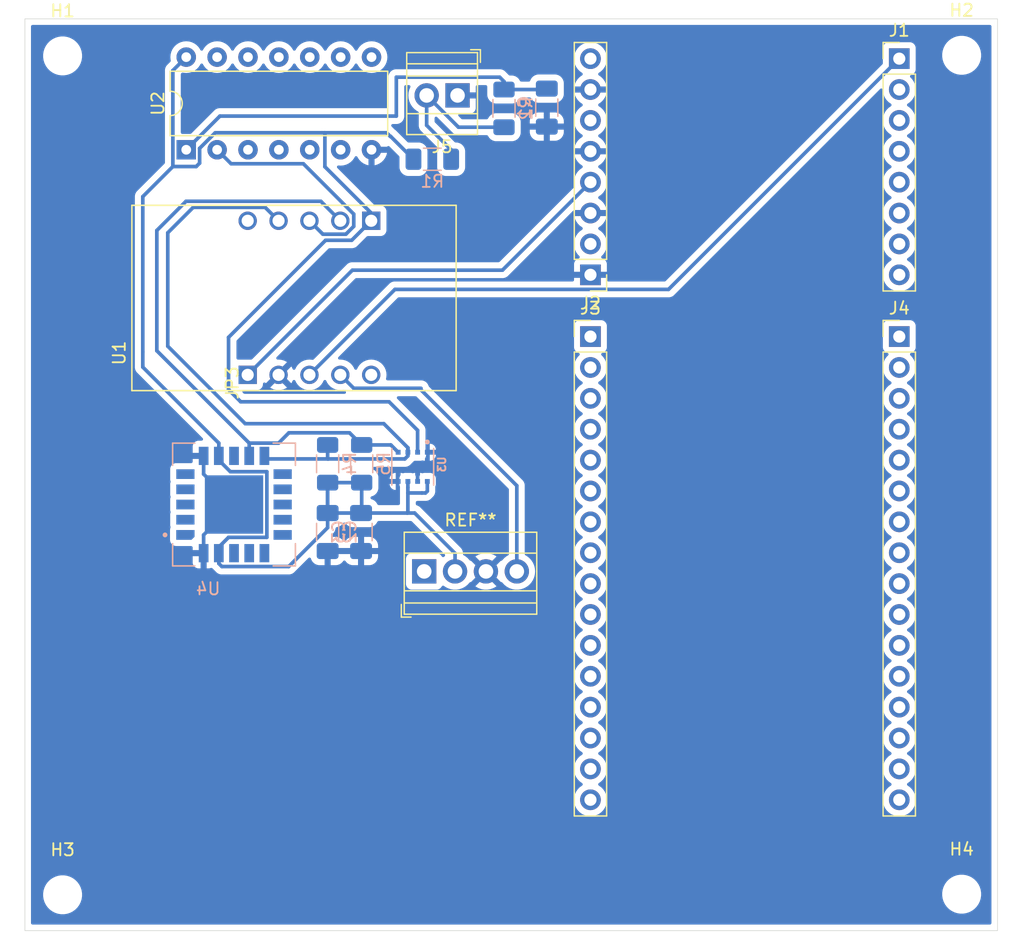
<source format=kicad_pcb>
(kicad_pcb (version 20240108) (generator "pcbnew") (generator_version "8.0")
  (layers (0 "F.Cu" signal) (31 "B.Cu" signal) (34 "B.Paste" user) (35 "F.Paste" user) (36 "B.SilkS" user "B.Silkscreen") (37 "F.SilkS" user "F.Silkscreen") (38 "B.Mask" user) (39 "F.Mask" user) (44 "Edge.Cuts" user))
  (net 0 "")
  (net 1 "/RAIN")
  (net 2 "/RX")
  (net 3 "/Bat")
  (net 4 "/Rst")
  (net 5 "/USB")
  (net 6 "GND")
  (net 7 "/TX")
  (net 8 "/SW_Power")
  (net 9 "Net-(C1-Pad1)")
  (net 48 "/5V")
  (net 49 "/3V3")
  (net 64 "/SCL")
  (net 65 "/SDA")
  (footprint "MountingHole:MountingHole_2.7mm" (layer "F.Cu") (at 56.15 49.05)
    (property "Reference" "H1" (at 0 -3.7 0) (layer "F.SilkS"))
    (property "Value" "MountingHole")
    (pad "" np_thru_hole circle (at 0 0) (size 2.7 2.7) (drill 2.7) (layers "*.Cu" "*.Mask"))
  )
  (footprint "MountingHole:MountingHole_2.7mm" (layer "F.Cu") (at 130.1 118)
    (property "Reference" "H4" (at 0 -3.7 0) (layer "F.SilkS"))
    (property "Value" "MountingHole")
    (pad "" np_thru_hole circle (at 0 0) (size 2.7 2.7) (drill 2.7) (layers "*.Cu" "*.Mask"))
  )
  (footprint "TerminalBlock:TerminalBlock_Xinya_XY308-2.54-2P_1x02_P2.54mm_Horizontal" (layer "F.Cu") (at 88.635 52.3 180)
    (property "Reference" "J5" (at 1.27 -4.22 0) (layer "F.SilkS"))
    (property "Value" "Screw_Terminal_01x02")
    (fp_line (start 4.18 -3.22) (end 4.18 3.52) (stroke (width 0.12)) (layer "F.SilkS"))
    (fp_line (start -1.64 3.52) (end 4.18 3.52) (stroke (width 0.12)) (layer "F.SilkS"))
    (fp_line (start -1.64 2.6) (end 4.18 2.6) (stroke (width 0.12)) (layer "F.SilkS"))
    (fp_line (start -1.64 1.6) (end 4.18 1.6) (stroke (width 0.12)) (layer "F.SilkS"))
    (fp_line (start -1.64 -1.501) (end 4.18 -1.501) (stroke (width 0.12)) (layer "F.SilkS"))
    (fp_line (start -1.64 -3.22) (end 4.18 -3.22) (stroke (width 0.12)) (layer "F.SilkS"))
    (fp_line (start -1.64 -3.22) (end -1.64 3.52) (stroke (width 0.12)) (layer "F.SilkS"))
    (fp_line (start -1.88 3.76) (end -1.08 3.76) (stroke (width 0.12)) (layer "F.SilkS"))
    (fp_line (start -1.88 2.72) (end -1.88 3.76) (stroke (width 0.12)) (layer "F.SilkS"))
    (pad "1" thru_hole rect (at 0 0 180) (size 2 2) (drill 1.2) (layers "*.Cu" "*.Mask") (net 6 "GND"))
    (pad "2" thru_hole circle (at 2.54 0 180) (size 2 2) (drill 1.2) (layers "*.Cu" "*.Mask") (net 8 "/SW_Power"))
  )
  (footprint "Connector_PinHeader_2.54mm:PinHeader_1x08_P2.54mm_Vertical" (layer "F.Cu") (at 124.968 49.276)
    (property "Reference" "J1" (at 0 -2.33 0) (layer "F.SilkS"))
    (property "Value" "Conn_01x08_Pin" (hide yes))
    (fp_line (start -1.33 -1.33) (end 0 -1.33) (stroke (width 0.12)) (layer "F.SilkS"))
    (fp_line (start -1.33 0) (end -1.33 -1.33) (stroke (width 0.12)) (layer "F.SilkS"))
    (fp_line (start -1.33 1.27) (end -1.33 19.11) (stroke (width 0.12)) (layer "F.SilkS"))
    (fp_line (start -1.33 1.27) (end 1.33 1.27) (stroke (width 0.12)) (layer "F.SilkS"))
    (fp_line (start -1.33 19.11) (end 1.33 19.11) (stroke (width 0.12)) (layer "F.SilkS"))
    (fp_line (start 1.33 1.27) (end 1.33 19.11) (stroke (width 0.12)) (layer "F.SilkS"))
    (pad "3" thru_hole oval (at 0 5.08) (size 1.7 1.7) (drill 1) (layers "*.Cu" "*.Mask"))
    (pad "4" thru_hole oval (at 0 7.62) (size 1.7 1.7) (drill 1) (layers "*.Cu" "*.Mask"))
    (pad "5" thru_hole oval (at 0 10.16) (size 1.7 1.7) (drill 1) (layers "*.Cu" "*.Mask"))
    (pad "6" thru_hole oval (at 0 12.7) (size 1.7 1.7) (drill 1) (layers "*.Cu" "*.Mask"))
    (pad "7" thru_hole oval (at 0 15.24) (size 1.7 1.7) (drill 1) (layers "*.Cu" "*.Mask"))
    (pad "8" thru_hole oval (at 0 17.78) (size 1.7 1.7) (drill 1) (layers "*.Cu" "*.Mask"))
    (pad "RX" thru_hole rect (at 0 0) (size 1.7 1.7) (drill 1) (layers "*.Cu" "*.Mask") (net 2 "/RX"))
    (pad "TX" thru_hole oval (at 0 2.54) (size 1.7 1.7) (drill 1) (layers "*.Cu" "*.Mask"))
  )
  (footprint "trinket kicad:MODULE_3500" (layer "F.Cu") (at 75.184 68.961 90)
    (property "Reference" "U1" (at -4.525 -14.375 90) (layer "F.SilkS"))
    (property "Value" "3500")
    (fp_line (start 7.62 -13.335) (end 7.62 13.335) (stroke (width 0.127)) (layer "F.SilkS"))
    (fp_line (start -7.62 -13.335) (end 7.62 -13.335) (stroke (width 0.127)) (layer "F.SilkS"))
    (fp_line (start 7.62 13.335) (end -7.62 13.335) (stroke (width 0.127)) (layer "F.SilkS"))
    (fp_line (start -7.62 13.335) (end -7.62 -13.335) (stroke (width 0.127)) (layer "F.SilkS"))
    (fp_text user "JP3" (at -6.985 -5.08 90) (layer "F.SilkS"))
    (pad "JP3_1" thru_hole rect (at -6.325 -3.81 90) (size 1.508 1.508) (drill 1) (layers "*.Cu" "*.Mask") (net 3 "/Bat"))
    (pad "JP3_2" thru_hole circle (at -6.325 -1.27 90) (size 1.508 1.508) (drill 1) (layers "*.Cu" "*.Mask") (net 6 "GND"))
    (pad "JP3_5" thru_hole circle (at -6.325 6.35 90) (size 1.508 1.508) (drill 1) (layers "*.Cu" "*.Mask") (net 4 "/Rst"))
    (pad "JP4_1" thru_hole rect (at 6.35 6.35 90) (size 1.508 1.508) (drill 1) (layers "*.Cu" "*.Mask") (net 49 "/3V3"))
    (pad "JP4_2" thru_hole circle (at 6.35 3.81 90) (size 1.508 1.508) (drill 1) (layers "*.Cu" "*.Mask") (net 64 "/SCL"))
    (pad "JP4_3" thru_hole circle (at 6.35 1.27 90) (size 1.508 1.508) (drill 1) (layers "*.Cu" "*.Mask") (net 1 "/RAIN"))
    (pad "JP4_4" thru_hole circle (at 6.35 -1.27 90) (size 1.508 1.508) (drill 1) (layers "*.Cu" "*.Mask") (net 65 "/SDA"))
    (pad "JP4_5" thru_hole circle (at 6.35 -3.81 90) (size 1.508 1.508) (drill 1) (layers "*.Cu" "*.Mask") (net 5 "/USB"))
    (pad "RX" thru_hole circle (at -6.325 3.81 90) (size 1.508 1.508) (drill 1) (layers "*.Cu" "*.Mask") (net 7 "/TX"))
    (pad "TX" thru_hole circle (at -6.325 1.27 90) (size 1.508 1.508) (drill 1) (layers "*.Cu" "*.Mask") (net 2 "/RX"))
  )
  (footprint "Package_DIP:DIP-14_W7.62mm" (layer "F.Cu") (at 66.32 56.77 90)
    (property "Reference" "U2" (at 3.81 -2.33 90) (layer "F.SilkS"))
    (property "Value" "74HC14")
    (fp_line (start 6.46 -1.33) (end 4.81 -1.33) (stroke (width 0.12)) (layer "F.SilkS"))
    (fp_line (start 2.81 -1.33) (end 1.16 -1.33) (stroke (width 0.12)) (layer "F.SilkS"))
    (fp_line (start 1.16 -1.33) (end 1.16 16.57) (stroke (width 0.12)) (layer "F.SilkS"))
    (fp_line (start 6.46 16.57) (end 6.46 -1.33) (stroke (width 0.12)) (layer "F.SilkS"))
    (fp_line (start 1.16 16.57) (end 6.46 16.57) (stroke (width 0.12)) (layer "F.SilkS"))
    (fp_arc (start 4.81 -1.33) (mid 3.81 -0.33) (end 2.81 -1.33) (stroke (width 0.12)) (layer "F.SilkS"))
    (pad "1" thru_hole rect (at 0 0 90) (size 1.6 1.6) (drill 0.8) (layers "*.Cu" "*.Mask") (net 9 "Net-(C1-Pad1)"))
    (pad "2" thru_hole oval (at 0 2.54 90) (size 1.6 1.6) (drill 0.8) (layers "*.Cu" "*.Mask") (net 1 "/RAIN"))
    (pad "3" thru_hole oval (at 0 5.08 90) (size 1.6 1.6) (drill 0.8) (layers "*.Cu" "*.Mask"))
    (pad "4" thru_hole oval (at 0 7.62 90) (size 1.6 1.6) (drill 0.8) (layers "*.Cu" "*.Mask"))
    (pad "5" thru_hole oval (at 0 10.16 90) (size 1.6 1.6) (drill 0.8) (layers "*.Cu" "*.Mask"))
    (pad "6" thru_hole oval (at 0 12.7 90) (size 1.6 1.6) (drill 0.8) (layers "*.Cu" "*.Mask"))
    (pad "7" thru_hole oval (at 0 15.24 90) (size 1.6 1.6) (drill 0.8) (layers "*.Cu" "*.Mask") (net 6 "GND"))
    (pad "8" thru_hole oval (at 7.62 15.24 90) (size 1.6 1.6) (drill 0.8) (layers "*.Cu" "*.Mask"))
    (pad "9" thru_hole oval (at 7.62 12.7 90) (size 1.6 1.6) (drill 0.8) (layers "*.Cu" "*.Mask"))
    (pad "10" thru_hole oval (at 7.62 10.16 90) (size 1.6 1.6) (drill 0.8) (layers "*.Cu" "*.Mask"))
    (pad "11" thru_hole oval (at 7.62 7.62 90) (size 1.6 1.6) (drill 0.8) (layers "*.Cu" "*.Mask"))
    (pad "12" thru_hole oval (at 7.62 5.08 90) (size 1.6 1.6) (drill 0.8) (layers "*.Cu" "*.Mask"))
    (pad "13" thru_hole oval (at 7.62 2.54 90) (size 1.6 1.6) (drill 0.8) (layers "*.Cu" "*.Mask"))
    (pad "14" thru_hole oval (at 7.62 0 90) (size 1.6 1.6) (drill 0.8) (layers "*.Cu" "*.Mask"))
  )
  (footprint "MountingHole:MountingHole_2.7mm" (layer "F.Cu") (at 56.15 118.05)
    (property "Reference" "H3" (at 0 -3.7 0) (layer "F.SilkS"))
    (property "Value" "MountingHole")
    (pad "" np_thru_hole circle (at 0 0) (size 2.7 2.7) (drill 2.7) (layers "*.Cu" "*.Mask"))
  )
  (footprint "Connector_PinHeader_2.54mm:PinHeader_1x16_P2.54mm_Vertical" (layer "F.Cu") (at 99.568 72.136)
    (property "Reference" "J3" (at 0 -2.33 0) (layer "F.SilkS"))
    (property "Value" "Conn_01x16_Pin")
    (fp_line (start -1.33 -1.33) (end 0 -1.33) (stroke (width 0.12)) (layer "F.SilkS"))
    (fp_line (start -1.33 0) (end -1.33 -1.33) (stroke (width 0.12)) (layer "F.SilkS"))
    (fp_line (start -1.33 1.27) (end -1.33 39.43) (stroke (width 0.12)) (layer "F.SilkS"))
    (fp_line (start -1.33 1.27) (end 1.33 1.27) (stroke (width 0.12)) (layer "F.SilkS"))
    (fp_line (start -1.33 39.43) (end 1.33 39.43) (stroke (width 0.12)) (layer "F.SilkS"))
    (fp_line (start 1.33 1.27) (end 1.33 39.43) (stroke (width 0.12)) (layer "F.SilkS"))
    (pad "1" thru_hole rect (at 0 0) (size 1.7 1.7) (drill 1) (layers "*.Cu" "*.Mask"))
    (pad "2" thru_hole oval (at 0 2.54) (size 1.7 1.7) (drill 1) (layers "*.Cu" "*.Mask"))
    (pad "3" thru_hole oval (at 0 5.08) (size 1.7 1.7) (drill 1) (layers "*.Cu" "*.Mask"))
    (pad "4" thru_hole oval (at 0 7.62) (size 1.7 1.7) (drill 1) (layers "*.Cu" "*.Mask"))
    (pad "5" thru_hole oval (at 0 10.16) (size 1.7 1.7) (drill 1) (layers "*.Cu" "*.Mask"))
    (pad "6" thru_hole oval (at 0 12.7) (size 1.7 1.7) (drill 1) (layers "*.Cu" "*.Mask"))
    (pad "7" thru_hole oval (at 0 15.24) (size 1.7 1.7) (drill 1) (layers "*.Cu" "*.Mask"))
    (pad "8" thru_hole oval (at 0 17.78) (size 1.7 1.7) (drill 1) (layers "*.Cu" "*.Mask"))
    (pad "9" thru_hole oval (at 0 20.32) (size 1.7 1.7) (drill 1) (layers "*.Cu" "*.Mask"))
    (pad "10" thru_hole oval (at 0 22.86) (size 1.7 1.7) (drill 1) (layers "*.Cu" "*.Mask"))
    (pad "11" thru_hole oval (at 0 25.4) (size 1.7 1.7) (drill 1) (layers "*.Cu" "*.Mask"))
    (pad "12" thru_hole oval (at 0 27.94) (size 1.7 1.7) (drill 1) (layers "*.Cu" "*.Mask"))
    (pad "13" thru_hole oval (at 0 30.48) (size 1.7 1.7) (drill 1) (layers "*.Cu" "*.Mask"))
    (pad "14" thru_hole oval (at 0 33.02) (size 1.7 1.7) (drill 1) (layers "*.Cu" "*.Mask"))
    (pad "15" thru_hole oval (at 0 35.56) (size 1.7 1.7) (drill 1) (layers "*.Cu" "*.Mask"))
    (pad "16" thru_hole oval (at 0 38.1) (size 1.7 1.7) (drill 1) (layers "*.Cu" "*.Mask"))
  )
  (footprint "MountingHole:MountingHole_2.7mm" (layer "F.Cu") (at 130.1 49)
    (property "Reference" "H2" (at 0 -3.7 0) (layer "F.SilkS"))
    (property "Value" "MountingHole")
    (pad "" np_thru_hole circle (at 0 0) (size 2.7 2.7) (drill 2.7) (layers "*.Cu" "*.Mask"))
  )
  (footprint "Connector_PinHeader_2.54mm:PinHeader_1x16_P2.54mm_Vertical" (layer "F.Cu") (at 124.968 72.136)
    (property "Reference" "J4" (at 0 -2.33 0) (layer "F.SilkS"))
    (property "Value" "Conn_01x16_Pin")
    (fp_line (start -1.33 -1.33) (end 0 -1.33) (stroke (width 0.12)) (layer "F.SilkS"))
    (fp_line (start -1.33 0) (end -1.33 -1.33) (stroke (width 0.12)) (layer "F.SilkS"))
    (fp_line (start -1.33 1.27) (end -1.33 39.43) (stroke (width 0.12)) (layer "F.SilkS"))
    (fp_line (start -1.33 1.27) (end 1.33 1.27) (stroke (width 0.12)) (layer "F.SilkS"))
    (fp_line (start -1.33 39.43) (end 1.33 39.43) (stroke (width 0.12)) (layer "F.SilkS"))
    (fp_line (start 1.33 1.27) (end 1.33 39.43) (stroke (width 0.12)) (layer "F.SilkS"))
    (pad "1" thru_hole rect (at 0 0) (size 1.7 1.7) (drill 1) (layers "*.Cu" "*.Mask"))
    (pad "2" thru_hole oval (at 0 2.54) (size 1.7 1.7) (drill 1) (layers "*.Cu" "*.Mask"))
    (pad "3" thru_hole oval (at 0 5.08) (size 1.7 1.7) (drill 1) (layers "*.Cu" "*.Mask"))
    (pad "4" thru_hole oval (at 0 7.62) (size 1.7 1.7) (drill 1) (layers "*.Cu" "*.Mask"))
    (pad "5" thru_hole oval (at 0 10.16) (size 1.7 1.7) (drill 1) (layers "*.Cu" "*.Mask"))
    (pad "6" thru_hole oval (at 0 12.7) (size 1.7 1.7) (drill 1) (layers "*.Cu" "*.Mask"))
    (pad "7" thru_hole oval (at 0 15.24) (size 1.7 1.7) (drill 1) (layers "*.Cu" "*.Mask"))
    (pad "8" thru_hole oval (at 0 17.78) (size 1.7 1.7) (drill 1) (layers "*.Cu" "*.Mask"))
    (pad "9" thru_hole oval (at 0 20.32) (size 1.7 1.7) (drill 1) (layers "*.Cu" "*.Mask"))
    (pad "10" thru_hole oval (at 0 22.86) (size 1.7 1.7) (drill 1) (layers "*.Cu" "*.Mask"))
    (pad "11" thru_hole oval (at 0 25.4) (size 1.7 1.7) (drill 1) (layers "*.Cu" "*.Mask"))
    (pad "12" thru_hole oval (at 0 27.94) (size 1.7 1.7) (drill 1) (layers "*.Cu" "*.Mask"))
    (pad "13" thru_hole oval (at 0 30.48) (size 1.7 1.7) (drill 1) (layers "*.Cu" "*.Mask"))
    (pad "14" thru_hole oval (at 0 33.02) (size 1.7 1.7) (drill 1) (layers "*.Cu" "*.Mask"))
    (pad "15" thru_hole oval (at 0 35.56) (size 1.7 1.7) (drill 1) (layers "*.Cu" "*.Mask"))
    (pad "16" thru_hole oval (at 0 38.1) (size 1.7 1.7) (drill 1) (layers "*.Cu" "*.Mask"))
  )
  (footprint "Connector_PinHeader_2.54mm:PinHeader_1x08_P2.54mm_Vertical" (layer "F.Cu") (at 99.568 67.056 180)
    (property "Reference" "J2" (at 0 -2.33 0) (layer "F.SilkS"))
    (property "Value" "Heltec Wireless Tracker v1.1" (hide yes))
    (fp_line (start 1.33 1.27) (end 1.33 19.11) (stroke (width 0.12)) (layer "F.SilkS"))
    (fp_line (start -1.33 19.11) (end 1.33 19.11) (stroke (width 0.12)) (layer "F.SilkS"))
    (fp_line (start -1.33 1.27) (end 1.33 1.27) (stroke (width 0.12)) (layer "F.SilkS"))
    (fp_line (start -1.33 1.27) (end -1.33 19.11) (stroke (width 0.12)) (layer "F.SilkS"))
    (fp_line (start -1.33 0) (end -1.33 -1.33) (stroke (width 0.12)) (layer "F.SilkS"))
    (fp_line (start -1.33 -1.33) (end 0 -1.33) (stroke (width 0.12)) (layer "F.SilkS"))
    (pad "1" thru_hole rect (at 0 0 180) (size 1.7 1.7) (drill 1) (layers "*.Cu" "*.Mask") (net 6 "GND"))
    (pad "2" thru_hole oval (at 0 2.54 180) (size 1.7 1.7) (drill 1) (layers "*.Cu" "*.Mask"))
    (pad "3" thru_hole oval (at 0 5.08 180) (size 1.7 1.7) (drill 1) (layers "*.Cu" "*.Mask") (net 6 "GND"))
    (pad "4" thru_hole oval (at 0 7.62 180) (size 1.7 1.7) (drill 1) (layers "*.Cu" "*.Mask") (net 3 "/Bat"))
    (pad "5" thru_hole oval (at 0 10.16 180) (size 1.7 1.7) (drill 1) (layers "*.Cu" "*.Mask") (net 6 "GND"))
    (pad "6" thru_hole oval (at 0 12.7 180) (size 1.7 1.7) (drill 1) (layers "*.Cu" "*.Mask"))
    (pad "7" thru_hole oval (at 0 15.24 180) (size 1.7 1.7) (drill 1) (layers "*.Cu" "*.Mask") (net 6 "GND"))
    (pad "8" thru_hole oval (at 0 17.78 180) (size 1.7 1.7) (drill 1) (layers "*.Cu" "*.Mask") (net 48 "/5V"))
  )
  (footprint "TerminalBlock:TerminalBlock_Xinya_XY308-2.54-4P_1x04_P2.54mm_Horizontal" (layer "F.Cu") (at 85.89 91.45)
    (property "Reference" "REF**" (at 3.81 -4.22 360) (layer "F.SilkS"))
    (property "Value" "TerminalBlock_Xinya_XY308-2.54-4P_1x04_P2.54mm_Horizontal")
    (fp_line (start -1.88 2.72) (end -1.88 3.76) (stroke (width 0.12)) (layer "F.SilkS"))
    (fp_line (start -1.88 3.76) (end -1.08 3.76) (stroke (width 0.12)) (layer "F.SilkS"))
    (fp_line (start -1.64 -3.22) (end -1.64 3.52) (stroke (width 0.12)) (layer "F.SilkS"))
    (fp_line (start -1.64 -3.22) (end 9.26 -3.22) (stroke (width 0.12)) (layer "F.SilkS"))
    (fp_line (start -1.64 -1.501) (end 9.26 -1.501) (stroke (width 0.12)) (layer "F.SilkS"))
    (fp_line (start -1.64 1.6) (end 9.26 1.6) (stroke (width 0.12)) (layer "F.SilkS"))
    (fp_line (start -1.64 2.6) (end 9.26 2.6) (stroke (width 0.12)) (layer "F.SilkS"))
    (fp_line (start -1.64 3.52) (end 9.26 3.52) (stroke (width 0.12)) (layer "F.SilkS"))
    (fp_line (start 9.26 -3.22) (end 9.26 3.52) (stroke (width 0.12)) (layer "F.SilkS"))
    (pad "1" thru_hole rect (at 0 0) (size 2 2) (drill 1.2) (layers "*.Cu" "*.Mask"))
    (pad "2" thru_hole circle (at 2.54 0) (size 2 2) (drill 1.2) (layers "*.Cu" "*.Mask") (net 49 "/3V3"))
    (pad "3" thru_hole circle (at 5.08 0) (size 2 2) (drill 1.2) (layers "*.Cu" "*.Mask") (net 6 "GND"))
    (pad "4" thru_hole circle (at 7.62 0) (size 2 2) (drill 1.2) (layers "*.Cu" "*.Mask") (net 7 "/TX"))
  )
  (footprint "Capacitor_SMD:C_1206_3216Metric_Pad1.33x1.80mm_HandSolder" (layer "B.Cu") (at 95.976 53.3035 -90)
    (property "Reference" "C1" (at 0 1.85 90) (layer "B.SilkS") (effects (justify mirror)))
    (property "Value" "10uF")
    (fp_line (start 0.711252 0.91) (end -0.711252 0.91) (stroke (width 0.12)) (layer "B.SilkS"))
    (fp_line (start 0.711252 -0.91) (end -0.711252 -0.91) (stroke (width 0.12)) (layer "B.SilkS"))
    (pad "1" smd roundrect (at -1.5625 0 270) (size 1.325 1.8) (layers "B.Cu" "B.Paste" "B.Mask") (roundrect_rratio 0.188679) (net 9 "Net-(C1-Pad1)"))
    (pad "2" smd roundrect (at 1.5625 0 270) (size 1.325 1.8) (layers "B.Cu" "B.Paste" "B.Mask") (roundrect_rratio 0.188679) (net 6 "GND"))
  )
  (footprint "Capacitor_SMD:C_1206_3216Metric_Pad1.33x1.80mm_HandSolder" (layer "B.Cu") (at 80.7 88.2125 -90)
    (property "Reference" "C3" (at 0 1.85 90) (layer "B.SilkS") (effects (justify mirror)))
    (property "Value" "100nF")
    (fp_line (start 0.711252 0.91) (end -0.711252 0.91) (stroke (width 0.12)) (layer "B.SilkS"))
    (fp_line (start 0.711252 -0.91) (end -0.711252 -0.91) (stroke (width 0.12)) (layer "B.SilkS"))
    (pad "1" smd roundrect (at -1.5625 0 270) (size 1.325 1.8) (layers "B.Cu" "B.Paste" "B.Mask") (roundrect_rratio 0.188679) (net 49 "/3V3"))
    (pad "2" smd roundrect (at 1.5625 0 270) (size 1.325 1.8) (layers "B.Cu" "B.Paste" "B.Mask") (roundrect_rratio 0.188679) (net 6 "GND"))
  )
  (footprint "Resistor_SMD:R_1206_3216Metric_Pad1.30x1.75mm_HandSolder" (layer "B.Cu") (at 92.456 53.366 90)
    (property "Reference" "R2" (at 0 1.82 90) (layer "B.SilkS") (effects (justify mirror)))
    (property "Value" "100")
    (fp_line (start 0.727064 -0.91) (end -0.727064 -0.91) (stroke (width 0.12)) (layer "B.SilkS"))
    (fp_line (start 0.727064 0.91) (end -0.727064 0.91) (stroke (width 0.12)) (layer "B.SilkS"))
    (pad "1" smd roundrect (at -1.55 0 90) (size 1.3 1.75) (layers "B.Cu" "B.Paste" "B.Mask") (roundrect_rratio 0.192308) (net 8 "/SW_Power"))
    (pad "2" smd roundrect (at 1.55 0 90) (size 1.3 1.75) (layers "B.Cu" "B.Paste" "B.Mask") (roundrect_rratio 0.192308) (net 9 "Net-(C1-Pad1)"))
  )
  (footprint "SCD41:XDCR_SCD41-D-R2" (layer "B.Cu") (at 70.25 85.95)
    (property "Reference" "U4" (at -2.125 6.935 0) (layer "B.SilkS") (effects (justify mirror)))
    (property "Value" "SCD41-D-R2" (hide yes))
    (fp_line (start -5.05 -5.05) (end -3.22 -5.05) (stroke (width 0.127)) (layer "B.SilkS"))
    (fp_line (start -5.05 -3.22) (end -5.05 -5.05) (stroke (width 0.127)) (layer "B.SilkS"))
    (fp_line (start -5.05 3.22) (end -5.05 5.05) (stroke (width 0.127)) (layer "B.SilkS"))
    (fp_line (start -3.22 5.05) (end -5.05 5.05) (stroke (width 0.127)) (layer "B.SilkS"))
    (fp_line (start 3.22 -5.05) (end 5.05 -5.05) (stroke (width 0.127)) (layer "B.SilkS"))
    (fp_line (start 5.05 -3.22) (end 5.05 -5.05) (stroke (width 0.127)) (layer "B.SilkS"))
    (fp_line (start 5.05 3.22) (end 5.05 5.05) (stroke (width 0.127)) (layer "B.SilkS"))
    (fp_line (start 5.05 5.05) (end 3.22 5.05) (stroke (width 0.127)) (layer "B.SilkS"))
    (fp_circle (center -5.673 2.5) (end -5.573 2.5) (stroke (width 0.2)) (fill none) (layer "B.SilkS"))
    (pad "1" smd custom (at -4 2.5) (size 0.5 0.5) (layers "B.Cu") (options (clearance outline) (anchor rect)) (primitives (gr_poly (pts (xy 0.75 -0.4) (xy -0.75 -0.4) (xy -0.75 0.4) (xy 0.5 0.4) (xy 0.75 0.15)) (width 0.01) (fill yes))))
    (pad "2" smd rect (at -4 1.25) (size 1.5 0.8) (layers "B.Cu"))
    (pad "3" smd rect (at -4 0) (size 1.5 0.8) (layers "B.Cu"))
    (pad "4" smd rect (at -4 -1.25) (size 1.5 0.8) (layers "B.Cu"))
    (pad "5" smd rect (at -4 -2.5) (size 1.5 0.8) (layers "B.Cu"))
    (pad "6" smd rect (at -2.5 -4) (size 0.8 1.5) (layers "B.Cu") (net 6 "GND"))
    (pad "7" smd rect (at -1.25 -4) (size 0.8 1.5) (layers "B.Cu") (net 49 "/3V3"))
    (pad "8" smd rect (at 0 -4) (size 0.8 1.5) (layers "B.Cu"))
    (pad "9" smd rect (at 1.25 -4) (size 0.8 1.5) (layers "B.Cu") (net 64 "/SCL"))
    (pad "10" smd rect (at 2.5 -4) (size 0.8 1.5) (layers "B.Cu") (net 65 "/SDA"))
    (pad "11" smd rect (at 4 -2.5) (size 1.5 0.8) (layers "B.Cu"))
    (pad "12" smd rect (at 4 -1.25) (size 1.5 0.8) (layers "B.Cu"))
    (pad "13" smd rect (at 4 0) (size 1.5 0.8) (layers "B.Cu"))
    (pad "14" smd rect (at 4 1.25) (size 1.5 0.8) (layers "B.Cu"))
    (pad "15" smd rect (at 4 2.5) (size 1.5 0.8) (layers "B.Cu"))
    (pad "16" smd rect (at 2.5 4) (size 0.8 1.5) (layers "B.Cu"))
    (pad "17" smd rect (at 1.25 4) (size 0.8 1.5) (layers "B.Cu"))
    (pad "18" smd rect (at 0 4) (size 0.8 1.5) (layers "B.Cu"))
    (pad "19" smd rect (at -1.25 4) (size 0.8 1.5) (layers "B.Cu") (net 49 "/3V3"))
    (pad "20" smd rect (at -2.5 4) (size 0.8 1.5) (layers "B.Cu") (net 6 "GND"))
    (pad "21" smd rect (at 0 0) (size 4.8 4.8) (layers "B.Cu") (net 6 "GND"))
  )
  (footprint "BME688:IC_BME688" (layer "B.Cu") (at 84.95 82.85 90)
    (property "Reference" "U3" (at 0.2 2.4 90) (layer "B.SilkS") (effects (font (size 0.629921 0.629921)) (justify mirror)))
    (property "Value" "BME688")
    (fp_line (start 1.5 -1.72) (end -1.5 -1.72) (stroke (width 0.127)) (layer "B.SilkS"))
    (fp_line (start -1.5 1.72) (end 1.5 1.72) (stroke (width 0.127)) (layer "B.SilkS"))
    (fp_circle (center 2.045 1.2) (end 2.145 1.2) (stroke (width 0.2)) (fill none) (layer "B.SilkS"))
    (pad "1" smd rect (at 1.2 1.2 90) (size 0.4 0.4) (layers "B.Cu" "B.Paste" "B.Mask") (net 6 "GND"))
    (pad "2" smd rect (at 1.2 0.4 90) (size 0.4 0.4) (layers "B.Cu" "B.Paste" "B.Mask") (net 49 "/3V3"))
    (pad "3" smd rect (at 1.2 -0.4 90) (size 0.4 0.4) (layers "B.Cu" "B.Paste" "B.Mask") (net 65 "/SDA"))
    (pad "4" smd rect (at 1.2 -1.2 90) (size 0.4 0.4) (layers "B.Cu" "B.Paste" "B.Mask") (net 64 "/SCL"))
    (pad "5" smd rect (at -1.2 -1.2 90) (size 0.4 0.4) (layers "B.Cu" "B.Paste" "B.Mask") (net 6 "GND"))
    (pad "6" smd rect (at -1.2 -0.4 90) (size 0.4 0.4) (layers "B.Cu" "B.Paste" "B.Mask") (net 49 "/3V3"))
    (pad "7" smd rect (at -1.2 0.4 90) (size 0.4 0.4) (layers "B.Cu" "B.Paste" "B.Mask") (net 6 "GND"))
    (pad "8" smd rect (at -1.2 1.2 90) (size 0.4 0.4) (layers "B.Cu" "B.Paste" "B.Mask") (net 49 "/3V3"))
  )
  (footprint "Resistor_SMD:R_1206_3216Metric_Pad1.30x1.75mm_HandSolder" (layer "B.Cu") (at 86.56 57.55)
    (property "Reference" "R1" (at 0 1.82 0) (layer "B.SilkS") (effects (justify mirror)))
    (property "Value" "10k" (hide yes))
    (fp_line (start 0.727064 -0.91) (end -0.727064 -0.91) (stroke (width 0.12)) (layer "B.SilkS"))
    (fp_line (start 0.727064 0.91) (end -0.727064 0.91) (stroke (width 0.12)) (layer "B.SilkS"))
    (pad "1" smd roundrect (at -1.55 0) (size 1.3 1.75) (layers "B.Cu" "B.Paste" "B.Mask") (roundrect_rratio 0.192308) (net 49 "/3V3"))
    (pad "2" smd roundrect (at 1.55 0) (size 1.3 1.75) (layers "B.Cu" "B.Paste" "B.Mask") (roundrect_rratio 0.192308) (net 8 "/SW_Power"))
  )
  (footprint "Capacitor_SMD:C_1206_3216Metric_Pad1.33x1.80mm_HandSolder" (layer "B.Cu") (at 77.95 88.2125 90)
    (property "Reference" "C2" (at 0 1.85 90) (layer "B.SilkS") (effects (justify mirror)))
    (property "Value" "100nF" (hide yes))
    (fp_line (start 0.711252 -0.91) (end -0.711252 -0.91) (stroke (width 0.12)) (layer "B.SilkS"))
    (fp_line (start 0.711252 0.91) (end -0.711252 0.91) (stroke (width 0.12)) (layer "B.SilkS"))
    (pad "1" smd roundrect (at -1.5625 0 90) (size 1.325 1.8) (layers "B.Cu" "B.Paste" "B.Mask") (roundrect_rratio 0.188679) (net 6 "GND"))
    (pad "2" smd roundrect (at 1.5625 0 90) (size 1.325 1.8) (layers "B.Cu" "B.Paste" "B.Mask") (roundrect_rratio 0.188679) (net 49 "/3V3"))
  )
  (footprint "Resistor_SMD:R_1206_3216Metric_Pad1.30x1.75mm_HandSolder" (layer "B.Cu") (at 80.75 82.6 90)
    (property "Reference" "R5" (at 0 1.82 90) (layer "B.SilkS") (effects (justify mirror)))
    (property "Value" "4.7k")
    (fp_line (start 0.727064 -0.91) (end -0.727064 -0.91) (stroke (width 0.12)) (layer "B.SilkS"))
    (fp_line (start 0.727064 0.91) (end -0.727064 0.91) (stroke (width 0.12)) (layer "B.SilkS"))
    (pad "1" smd roundrect (at -1.55 0 90) (size 1.3 1.75) (layers "B.Cu" "B.Paste" "B.Mask") (roundrect_rratio 0.192308) (net 49 "/3V3"))
    (pad "2" smd roundrect (at 1.55 0 90) (size 1.3 1.75) (layers "B.Cu" "B.Paste" "B.Mask") (roundrect_rratio 0.192308) (net 64 "/SCL"))
  )
  (footprint "Resistor_SMD:R_1206_3216Metric_Pad1.30x1.75mm_HandSolder" (layer "B.Cu") (at 77.95 82.6 90)
    (property "Reference" "R4" (at 0 1.82 90) (layer "B.SilkS") (effects (justify mirror)))
    (property "Value" "4.7k")
    (fp_line (start 0.727064 -0.91) (end -0.727064 -0.91) (stroke (width 0.12)) (layer "B.SilkS"))
    (fp_line (start 0.727064 0.91) (end -0.727064 0.91) (stroke (width 0.12)) (layer "B.SilkS"))
    (pad "1" smd roundrect (at -1.55 0 90) (size 1.3 1.75) (layers "B.Cu" "B.Paste" "B.Mask") (roundrect_rratio 0.192308) (net 49 "/3V3"))
    (pad "2" smd roundrect (at 1.55 0 90) (size 1.3 1.75) (layers "B.Cu" "B.Paste" "B.Mask") (roundrect_rratio 0.192308) (net 65 "/SDA"))
  )
  (gr_rect (start 53.05 46) (end 133.05 121) (stroke (width 0.05)) (fill none) (layer "Edge.Cuts"))
  (segment (start 79.451292 63.715) (end 80.098 63.068292) (width 0.3) (layer "B.Cu") (net 1))
  (segment (start 80.098 62.064) (end 75.954 57.92) (width 0.3) (layer "B.Cu") (net 1))
  (segment (start 75.954 57.92) (end 70.01 57.92) (width 0.3) (layer "B.Cu") (net 1))
  (segment (start 76.454 62.611) (end 77.558 63.715) (width 0.3) (layer "B.Cu") (net 1))
  (segment (start 77.558 63.715) (end 79.451292 63.715) (width 0.3) (layer "B.Cu") (net 1))
  (segment (start 80.098 63.068292) (end 80.098 62.064) (width 0.3) (layer "B.Cu") (net 1))
  (segment (start 70.01 57.92) (end 68.86 56.77) (width 0.3) (layer "B.Cu") (net 1))
  (segment (start 83.484 68.256) (end 76.807553 74.932447) (width 0.3) (layer "B.Cu") (net 2))
  (segment (start 105.988 68.256) (end 83.484 68.256) (width 0.3) (layer "B.Cu") (net 2))
  (segment (start 124.968 49.276) (end 105.988 68.256) (width 0.3) (layer "B.Cu") (net 2))
  (segment (start 92.329 66.675) (end 79.985 66.675) (width 0.3) (layer "B.Cu") (net 3))
  (segment (start 79.985 66.675) (end 71.374 75.286) (width 0.3) (layer "B.Cu") (net 3))
  (segment (start 99.568 59.436) (end 92.329 66.675) (width 0.3) (layer "B.Cu") (net 3))
  (segment (start 86.15 81.65) (end 87.05 81.65) (width 0.3) (layer "B.Cu") (net 6))
  (segment (start 67.75 81.95) (end 67.75 83.45) (width 0.3) (layer "B.Cu") (net 6))
  (segment (start 67.75 83.45) (end 70.25 85.95) (width 0.3) (layer "B.Cu") (net 6))
  (segment (start 70.25 85.95) (end 67.75 88.45) (width 0.3) (layer "B.Cu") (net 6))
  (segment (start 74 75.335) (end 73.99 75.325) (width 0.3) (layer "B.Cu") (net 6))
  (segment (start 67.75 88.45) (end 67.75 89.95) (width 0.3) (layer "B.Cu") (net 6))
  (segment (start 85.35 84.05) (end 85.35 83.65) (width 0.3) (layer "B.Cu") (net 6))
  (segment (start 86.15 81.65) (end 86.15 80.85) (width 0.3) (layer "B.Cu") (net 6))
  (segment (start 93.51 84.4) (end 85.5 76.39) (width 0.3) (layer "B.Cu") (net 7))
  (segment (start 85.63 76.39) (end 85.5 76.39) (width 0.3) (layer "B.Cu") (net 7))
  (segment (start 85.5 76.39) (end 80.098 76.39) (width 0.3) (layer "B.Cu") (net 7))
  (segment (start 93.51 91.45) (end 93.51 84.4) (width 0.3) (layer "B.Cu") (net 7))
  (segment (start 80.098 76.39) (end 78.994 75.286) (width 0.3) (layer "B.Cu") (net 7))
  (segment (start 88.11 57.55) (end 88.11 56.775) (width 0.3) (layer "B.Cu") (net 8))
  (segment (start 86.095 52.3) (end 86.095 54.76) (width 0.3) (layer "B.Cu") (net 8))
  (segment (start 88.11 56.775) (end 86.095 54.76) (width 0.3) (layer "B.Cu") (net 8))
  (segment (start 86.095 52.3) (end 88.711 54.916) (width 0.3) (layer "B.Cu") (net 8))
  (segment (start 88.711 54.916) (end 92.456 54.916) (width 0.3) (layer "B.Cu") (net 8))
  (segment (start 92.1 50.8) (end 83.6 50.8) (width 0.3) (layer "B.Cu") (net 9))
  (segment (start 95.901 51.816) (end 95.976 51.741) (width 0.3) (layer "B.Cu") (net 9))
  (segment (start 92.456 51.816) (end 92.456 51.156) (width 0.3) (layer "B.Cu") (net 9))
  (segment (start 92.456 51.156) (end 92.1 50.8) (width 0.3) (layer "B.Cu") (net 9))
  (segment (start 92.456 51.816) (end 95.901 51.816) (width 0.3) (layer "B.Cu") (net 9))
  (segment (start 83.6 54) (end 69.09 54) (width 0.3) (layer "B.Cu") (net 9))
  (segment (start 83.6 50.8) (end 83.6 54) (width 0.3) (layer "B.Cu") (net 9))
  (segment (start 69.09 54) (end 66.32 56.77) (width 0.3) (layer "B.Cu") (net 9))
  (segment (start 80.7 86.65) (end 77.95 86.65) (width 0.3) (layer "B.Cu") (net 49))
  (segment (start 86.15 84.85) (end 86.15 84.05) (width 0.3) (layer "B.Cu") (net 49))
  (segment (start 67.42 56.654365) (end 67.42 57.87) (width 0.3) (layer "B.Cu") (net 49))
  (segment (start 77.7 55.372) (end 77.47 55.372) (width 0.3) (layer "B.Cu") (net 49))
  (segment (start 70.8 77.5) (end 69.8 76.5) (width 0.3) (layer "B.Cu") (net 49))
  (segment (start 81.534 62.611) (end 81.534 61.976) (width 0.3) (layer "B.Cu") (net 49))
  (segment (start 84.55 84.55) (end 84.55 84.05) (width 0.3) (layer "B.Cu") (net 49))
  (segment (start 81.2 84.6) (end 80.75 84.15) (width 0.3) (layer "B.Cu") (net 49))
  (segment (start 74.75 91.05) (end 69.25 91.05) (width 0.3) (layer "B.Cu") (net 49))
  (segment (start 77.95 87.85) (end 74.75 91.05) (width 0.3) (layer "B.Cu") (net 49))
  (segment (start 68.702365 55.372) (end 67.42 56.654365) (width 0.3) (layer "B.Cu") (net 49))
  (segment (start 85.35 79.848476) (end 83.001524 77.5) (width 0.3) (layer "B.Cu") (net 49))
  (segment (start 80.75 84.15) (end 80.75 86.6) (width 0.3) (layer "B.Cu") (net 49))
  (segment (start 85.35 81.65) (end 85.35 79.848476) (width 0.3) (layer "B.Cu") (net 49))
  (segment (start 69 81.95) (end 69 80.9) (width 0.3) (layer "B.Cu") (net 49))
  (segment (start 77.47 55.372) (end 68.702365 55.372) (width 0.3) (layer "B.Cu") (net 49))
  (segment (start 83.13 55.67) (end 83.102 55.67) (width 0.3) (layer "B.Cu") (net 49))
  (segment (start 62.746 74.646) (end 62.746 74.5) (width 0.3) (layer "B.Cu") (net 49))
  (segment (start 79.93 64.215) (end 81.534 62.611) (width 0.3) (layer "B.Cu") (net 49))
  (segment (start 62.746 73.4) (end 62.746 60.624) (width 0.3) (layer "B.Cu") (net 49))
  (segment (start 77.95 84.15) (end 77.95 86.65) (width 0.3) (layer "B.Cu") (net 49))
  (segment (start 77.724 58.166) (end 77.724 55.396) (width 0.3) (layer "B.Cu") (net 49))
  (segment (start 80.7 86.65) (end 84.5 86.65) (width 0.3) (layer "B.Cu") (net 49))
  (segment (start 69.8 88.65) (end 69 89.45) (width 0.3) (layer "B.Cu") (net 49))
  (segment (start 69.8 76.5) (end 69.8 72.2) (width 0.3) (layer "B.Cu") (net 49))
  (segment (start 72.95 83.25) (end 72.95 88.65) (width 0.3) (layer "B.Cu") (net 49))
  (segment (start 85.11 86.65) (end 88.43 89.97) (width 0.3) (layer "B.Cu") (net 49))
  (segment (start 62.746 74.5) (end 62.746 73.4) (width 0.3) (layer "B.Cu") (net 49))
  (segment (start 77.724 55.396) (end 77.7 55.372) (width 0.3) (layer "B.Cu") (net 49))
  (segment (start 84.55 85) (end 85.7 85) (width 0.3) (layer "B.Cu") (net 49))
  (segment (start 67.42 57.87) (end 67.14 58.15) (width 0.3) (layer "B.Cu") (net 49))
  (segment (start 84.55 84.55) (end 84.55 85) (width 0.3) (layer "B.Cu") (net 49))
  (segment (start 62.746 60.624) (end 65.22 58.15) (width 0.3) (layer "B.Cu") (net 49))
  (segment (start 84.55 85) (end 84.55 86.6) (width 0.3) (layer "B.Cu") (net 49))
  (segment (start 88.43 89.97) (end 88.43 91.45) (width 0.3) (layer "B.Cu") (net 49))
  (segment (start 69.25 91.05) (end 69 90.8) (width 0.3) (layer "B.Cu") (net 49))
  (segment (start 65.22 50.25) (end 66.32 49.15) (width 0.3) (layer "B.Cu") (net 49))
  (segment (start 80.75 86.6) (end 80.7 86.65) (width 0.3) (layer "B.Cu") (net 49))
  (segment (start 84.6 84.1) (end 84.55 84.05) (width 0.3) (layer "B.Cu") (net 49))
  (segment (start 77.785 64.215) (end 79.93 64.215) (width 0.3) (layer "B.Cu") (net 49))
  (segment (start 80.75 84.15) (end 77.95 84.15) (width 0.3) (layer "B.Cu") (net 49))
  (segment (start 69 90.8) (end 69 89.95) (width 0.3) (layer "B.Cu") (net 49))
  (segment (start 81.534 61.976) (end 77.724 58.166) (width 0.3) (layer "B.Cu") (net 49))
  (segment (start 65.22 58.15) (end 65.22 50.25) (width 0.3) (layer "B.Cu") (net 49))
  (segment (start 77.95 84.15) (end 77.95 87.85) (width 0.3) (layer "B.Cu") (net 49))
  (segment (start 84.5 86.65) (end 85.11 86.65) (width 0.3) (layer "B.Cu") (net 49))
  (segment (start 69 82.3) (end 69.95 83.25) (width 0.3) (layer "B.Cu") (net 49))
  (segment (start 83.102 55.67) (end 82.804 55.372) (width 0.3) (layer "B.Cu") (net 49))
  (segment (start 72.95 88.65) (end 69.8 88.65) (width 0.3) (layer "B.Cu") (net 49))
  (segment (start 69.8 72.2) (end 77.785 64.215) (width 0.3) (layer "B.Cu") (net 49))
  (segment (start 85.01 57.55) (end 83.13 55.67) (width 0.3) (layer "B.Cu") (net 49))
  (segment (start 69.95 83.25) (end 72.95 83.25) (width 0.3) (layer "B.Cu") (net 49))
  (segment (start 85.7 85) (end 86 85) (width 0.3) (layer "B.Cu") (net 49))
  (segment (start 83.001524 77.5) (end 70.8 77.5) (width 0.3) (layer "B.Cu") (net 49))
  (segment (start 67.14 58.15) (end 65.22 58.15) (width 0.3) (layer "B.Cu") (net 49))
  (segment (start 84.55 86.6) (end 84.5 86.65) (width 0.3) (layer "B.Cu") (net 49))
  (segment (start 69 89.45) (end 69 89.95) (width 0.3) (layer "B.Cu") (net 49))
  (segment (start 69 80.9) (end 62.746 74.646) (width 0.3) (layer "B.Cu") (net 49))
  (segment (start 82.804 55.372) (end 77.7 55.372) (width 0.3) (layer "B.Cu") (net 49))
  (segment (start 86 85) (end 86.15 84.85) (width 0.3) (layer "B.Cu") (net 49))
  (segment (start 83.15 81.05) (end 83.75 81.65) (width 0.3) (layer "B.Cu") (net 64))
  (segment (start 80.75 81.05) (end 83.15 81.05) (width 0.3) (layer "B.Cu") (net 64))
  (segment (start 73.914 80.9) (end 74.764 80.05) (width 0.3) (layer "B.Cu") (net 64))
  (segment (start 63.9 73.3) (end 63.9 63.408893) (width 0.3) (layer "B.Cu") (net 64))
  (segment (start 77.39 61.007) (end 78.994 62.611) (width 0.3) (layer "B.Cu") (net 64))
  (segment (start 71.5 80.9) (end 63.9 73.3) (width 0.3) (layer "B.Cu") (net 64))
  (segment (start 71.5 80.9) (end 71.5 81.95) (width 0.3) (layer "B.Cu") (net 64))
  (segment (start 79.75 80.05) (end 80.75 81.05) (width 0.3) (layer "B.Cu") (net 64))
  (segment (start 74.764 80.05) (end 79.75 80.05) (width 0.3) (layer "B.Cu") (net 64))
  (segment (start 73.914 80.9) (end 71.5 80.9) (width 0.3) (layer "B.Cu") (net 64))
  (segment (start 63.9 63.408893) (end 66.301893 61.007) (width 0.3) (layer "B.Cu") (net 64))
  (segment (start 66.301893 61.007) (end 77.39 61.007) (width 0.3) (layer "B.Cu") (net 64))
  (segment (start 73 82.2) (end 72.75 81.95) (width 0.3) (layer "B.Cu") (net 65))
  (segment (start 71.172 79.3) (end 82.57 79.3) (width 0.3) (layer "B.Cu") (net 65))
  (segment (start 77.95 81.05) (end 77.95 82.172) (width 0.3) (layer "B.Cu") (net 65))
  (segment (start 77.978 82.2) (end 73 82.2) (width 0.3) (layer "B.Cu") (net 65))
  (segment (start 72.81 61.507) (end 66.893 61.507) (width 0.3) (layer "B.Cu") (net 65))
  (segment (start 66.893 61.507) (end 64.8 63.6) (width 0.3) (layer "B.Cu") (net 65))
  (segment (start 84.55 81.95) (end 84.55 81.28) (width 0.3) (layer "B.Cu") (net 65))
  (segment (start 64.8 63.6) (end 64.8 72.928) (width 0.3) (layer "B.Cu") (net 65))
  (segment (start 82.57 79.3) (end 84.55 81.28) (width 0.3) (layer "B.Cu") (net 65))
  (segment (start 84.55 81.65) (end 84.55 81.28) (width 0.3) (layer "B.Cu") (net 65))
  (segment (start 73.914 62.611) (end 72.81 61.507) (width 0.3) (layer "B.Cu") (net 65))
  (segment (start 84.3 82.2) (end 84.55 81.95) (width 0.3) (layer "B.Cu") (net 65))
  (segment (start 64.8 72.928) (end 71.172 79.3) (width 0.3) (layer "B.Cu") (net 65))
  (segment (start 84.3 82.2) (end 77.978 82.2) (width 0.3) (layer "B.Cu") (net 65))
  (segment (start 77.95 82.172) (end 77.978 82.2) (width 0.3) (layer "B.Cu") (net 65))
  (segment (start 84.55 81.82) (end 84.55 81.65) (width 0.3) (layer "B.Cu") (net 65))
  (zone (net 6) (net_name "GND") (layer "B.Cu") (connect_pads (clearance 0.5)) (min_thickness 0.25) (fill yes (thermal_gap 0.5) (thermal_bridge_width 0.5))
    (polygon (pts (xy 53.05 46) (xy 133.05 46) (xy 133.05 121) (xy 53.05 121)))
  )
)
</source>
